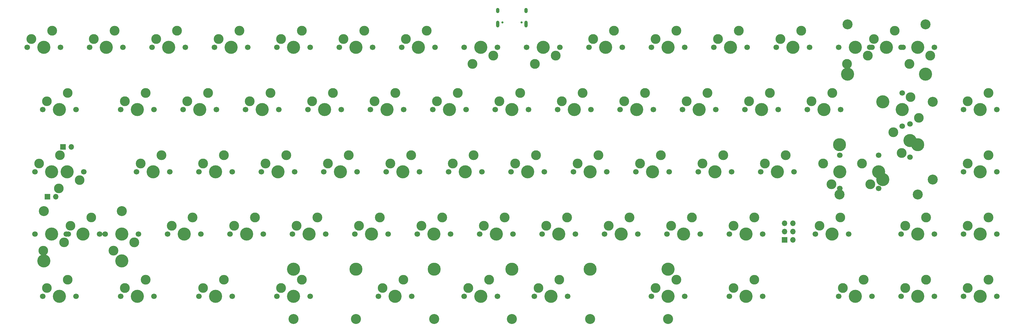
<source format=gbr>
%TF.GenerationSoftware,KiCad,Pcbnew,(5.99.0-11177-g6c67dfa032)*%
%TF.CreationDate,2021-09-16T00:40:47+03:00*%
%TF.ProjectId,Charon_32U4_Hotswap,43686172-6f6e-45f3-9332-55345f486f74,rev?*%
%TF.SameCoordinates,Original*%
%TF.FileFunction,Soldermask,Top*%
%TF.FilePolarity,Negative*%
%FSLAX46Y46*%
G04 Gerber Fmt 4.6, Leading zero omitted, Abs format (unit mm)*
G04 Created by KiCad (PCBNEW (5.99.0-11177-g6c67dfa032)) date 2021-09-16 00:40:47*
%MOMM*%
%LPD*%
G01*
G04 APERTURE LIST*
%ADD10C,3.048000*%
%ADD11C,3.987800*%
%ADD12C,4.000000*%
%ADD13C,3.050000*%
%ADD14C,3.000000*%
%ADD15C,1.700000*%
%ADD16C,0.650000*%
%ADD17O,1.000000X2.100000*%
%ADD18O,1.000000X1.600000*%
%ADD19C,2.950000*%
%ADD20R,1.700000X1.700000*%
%ADD21O,1.700000X1.700000*%
G04 APERTURE END LIST*
D10*
%TO.C,>NAME*%
X326263000Y-103425625D03*
X302387000Y-103425625D03*
D11*
X326263000Y-88185625D03*
X302387000Y-88185625D03*
%TD*%
D10*
%TO.C,>NAME*%
X202374500Y-141525625D03*
D11*
X226250500Y-126285625D03*
D10*
X226250500Y-141525625D03*
D11*
X202374500Y-126285625D03*
%TD*%
D12*
%TO.C,REF\u002A\u002A*%
X315610000Y-75015625D03*
D13*
X330850000Y-98815625D03*
D12*
X315610000Y-98815625D03*
D13*
X330850000Y-75015625D03*
%TD*%
D12*
%TO.C,REF\u002A\u002A*%
X250031250Y-126300625D03*
D13*
X135731250Y-141540625D03*
D12*
X135731250Y-126300625D03*
D13*
X250031250Y-141540625D03*
%TD*%
D10*
%TO.C,>NAME*%
X178625500Y-141525625D03*
D11*
X178625500Y-126285625D03*
D10*
X154749500Y-141525625D03*
D11*
X154749500Y-126285625D03*
%TD*%
D14*
%TO.C,K70*%
X341471250Y-132000625D03*
X347821250Y-129460625D03*
D15*
X340201250Y-134540625D03*
X350361250Y-134540625D03*
D12*
X345281250Y-134540625D03*
%TD*%
D16*
%TO.C,J1*%
X205296250Y-50740000D03*
X199516250Y-50740000D03*
D17*
X198086250Y-51270000D03*
D18*
X198086250Y-47090000D03*
D17*
X206726250Y-51270000D03*
D18*
X206726250Y-47090000D03*
%TD*%
D15*
%TO.C,K57*%
X305117500Y-115490625D03*
D19*
X302577500Y-110410625D03*
X296227500Y-112950625D03*
D12*
X300037500Y-115490625D03*
D15*
X294957500Y-115490625D03*
%TD*%
D12*
%TO.C,K58*%
X326231250Y-115490625D03*
D15*
X321151250Y-115490625D03*
X331311250Y-115490625D03*
D14*
X322421250Y-112950625D03*
X328771250Y-110410625D03*
%TD*%
D19*
%TO.C,K31*%
X70485000Y-98980625D03*
D15*
X71755000Y-96440625D03*
X61595000Y-96440625D03*
D12*
X66675000Y-96440625D03*
D19*
X64135000Y-101520625D03*
%TD*%
D12*
%TO.C,K43a1*%
X302418750Y-96440625D03*
D14*
X299878750Y-100250625D03*
X297338750Y-93900625D03*
D15*
X302418750Y-101520625D03*
X302418750Y-91360625D03*
%TD*%
D12*
%TO.C,K7*%
X173831250Y-58340625D03*
D15*
X178911250Y-58340625D03*
D14*
X176371250Y-53260625D03*
X170021250Y-55800625D03*
D15*
X168751250Y-58340625D03*
%TD*%
D14*
%TO.C,K49*%
X143033750Y-110410625D03*
D15*
X135413750Y-115490625D03*
X145573750Y-115490625D03*
D12*
X140493750Y-115490625D03*
D14*
X136683750Y-112950625D03*
%TD*%
D15*
%TO.C,K64a1*%
X187801250Y-134540625D03*
D12*
X192881250Y-134540625D03*
D14*
X189071250Y-132000625D03*
X195421250Y-129460625D03*
D15*
X197961250Y-134540625D03*
%TD*%
%TO.C,K34*%
X125888750Y-96440625D03*
D14*
X127158750Y-93900625D03*
D12*
X130968750Y-96440625D03*
D14*
X133508750Y-91360625D03*
D15*
X136048750Y-96440625D03*
%TD*%
D14*
%TO.C,K9*%
X209391250Y-63420625D03*
X215741250Y-60880625D03*
D12*
X211931250Y-58340625D03*
D15*
X217011250Y-58340625D03*
X206851250Y-58340625D03*
%TD*%
%TO.C,K33*%
X106838750Y-96440625D03*
D14*
X108108750Y-93900625D03*
D15*
X116998750Y-96440625D03*
D12*
X111918750Y-96440625D03*
D14*
X114458750Y-91360625D03*
%TD*%
D15*
%TO.C,K56*%
X268763750Y-115490625D03*
D14*
X276383750Y-110410625D03*
D12*
X273843750Y-115490625D03*
D14*
X270033750Y-112950625D03*
D15*
X278923750Y-115490625D03*
%TD*%
%TO.C,K54*%
X240823750Y-115490625D03*
D14*
X231933750Y-112950625D03*
D15*
X230663750Y-115490625D03*
D14*
X238283750Y-110410625D03*
D12*
X235743750Y-115490625D03*
%TD*%
D15*
%TO.C,K8*%
X187801250Y-58340625D03*
X197961250Y-58340625D03*
D12*
X192881250Y-58340625D03*
D14*
X196691250Y-60880625D03*
X190341250Y-63420625D03*
%TD*%
%TO.C,K24*%
X217646250Y-74850625D03*
D15*
X216376250Y-77390625D03*
D14*
X223996250Y-72310625D03*
D15*
X226536250Y-77390625D03*
D12*
X221456250Y-77390625D03*
%TD*%
D15*
%TO.C,K40*%
X240188750Y-96440625D03*
D14*
X241458750Y-93900625D03*
D12*
X245268750Y-96440625D03*
D14*
X247808750Y-91360625D03*
D15*
X250348750Y-96440625D03*
%TD*%
D14*
%TO.C,K11*%
X252571250Y-53260625D03*
D15*
X255111250Y-58340625D03*
D12*
X250031250Y-58340625D03*
D14*
X246221250Y-55800625D03*
D15*
X244951250Y-58340625D03*
%TD*%
%TO.C,K15*%
X331311250Y-58340625D03*
X321151250Y-58340625D03*
D14*
X330041250Y-60880625D03*
D12*
X326231250Y-58340625D03*
D14*
X323691250Y-63420625D03*
%TD*%
%TO.C,K52*%
X200183750Y-110410625D03*
D15*
X192563750Y-115490625D03*
D12*
X197643750Y-115490625D03*
D15*
X202723750Y-115490625D03*
D14*
X193833750Y-112950625D03*
%TD*%
D12*
%TO.C,K53*%
X216693750Y-115490625D03*
D14*
X219233750Y-110410625D03*
D15*
X211613750Y-115490625D03*
D14*
X212883750Y-112950625D03*
D15*
X221773750Y-115490625D03*
%TD*%
%TO.C,K10*%
X236061250Y-58340625D03*
D14*
X227171250Y-55800625D03*
D15*
X225901250Y-58340625D03*
D14*
X233521250Y-53260625D03*
D12*
X230981250Y-58340625D03*
%TD*%
D14*
%TO.C,K63*%
X131921250Y-132000625D03*
X138271250Y-129460625D03*
D12*
X135731250Y-134540625D03*
D15*
X130651250Y-134540625D03*
X140811250Y-134540625D03*
%TD*%
D14*
%TO.C,K27*%
X281146250Y-72310625D03*
D15*
X283686250Y-77390625D03*
D12*
X278606250Y-77390625D03*
D15*
X273526250Y-77390625D03*
D14*
X274796250Y-74850625D03*
%TD*%
D15*
%TO.C,K51*%
X173513750Y-115490625D03*
D14*
X181133750Y-110410625D03*
D12*
X178593750Y-115490625D03*
D14*
X174783750Y-112950625D03*
D15*
X183673750Y-115490625D03*
%TD*%
%TO.C,K5*%
X130651250Y-58340625D03*
D14*
X131921250Y-55800625D03*
D15*
X140811250Y-58340625D03*
D12*
X135731250Y-58340625D03*
D14*
X138271250Y-53260625D03*
%TD*%
%TO.C,K50*%
X155733750Y-112950625D03*
D15*
X164623750Y-115490625D03*
D14*
X162083750Y-110410625D03*
D15*
X154463750Y-115490625D03*
D12*
X159543750Y-115490625D03*
%TD*%
%TO.C,K41*%
X264318750Y-96440625D03*
D14*
X266858750Y-91360625D03*
X260508750Y-93900625D03*
D15*
X269398750Y-96440625D03*
X259238750Y-96440625D03*
%TD*%
%TO.C,K17*%
X93186250Y-77390625D03*
X83026250Y-77390625D03*
D14*
X84296250Y-74850625D03*
D12*
X88106250Y-77390625D03*
D14*
X90646250Y-72310625D03*
%TD*%
D12*
%TO.C,K38*%
X207168750Y-96440625D03*
D15*
X202088750Y-96440625D03*
D14*
X209708750Y-91360625D03*
X203358750Y-93900625D03*
D15*
X212248750Y-96440625D03*
%TD*%
D19*
%TO.C,K64*%
X162877500Y-132000625D03*
X169227500Y-129460625D03*
D15*
X171767500Y-134540625D03*
D12*
X166687500Y-134540625D03*
D15*
X161607500Y-134540625D03*
%TD*%
D12*
%TO.C,K19*%
X126206250Y-77390625D03*
D15*
X121126250Y-77390625D03*
D14*
X128746250Y-72310625D03*
D15*
X131286250Y-77390625D03*
D14*
X122396250Y-74850625D03*
%TD*%
D12*
%TO.C,K29a1*%
X323850000Y-86915625D03*
D14*
X318770000Y-84375625D03*
X321310000Y-90725625D03*
D15*
X323850000Y-81835625D03*
X323850000Y-91995625D03*
%TD*%
%TO.C,K3*%
X92551250Y-58340625D03*
D14*
X100171250Y-53260625D03*
D15*
X102711250Y-58340625D03*
D14*
X93821250Y-55800625D03*
D12*
X97631250Y-58340625D03*
%TD*%
D15*
%TO.C,K29*%
X321468750Y-82470625D03*
D12*
X321468750Y-77390625D03*
D15*
X321468750Y-72310625D03*
D19*
X324008750Y-73580625D03*
X326548750Y-79930625D03*
%TD*%
D14*
%TO.C,K4*%
X119221250Y-53260625D03*
D15*
X121761250Y-58340625D03*
X111601250Y-58340625D03*
D12*
X116681250Y-58340625D03*
D14*
X112871250Y-55800625D03*
%TD*%
D12*
%TO.C,K37*%
X188118750Y-96440625D03*
D14*
X184308750Y-93900625D03*
D15*
X193198750Y-96440625D03*
D14*
X190658750Y-91360625D03*
D15*
X183038750Y-96440625D03*
%TD*%
D20*
%TO.C,ISP1*%
X285591250Y-117268625D03*
D21*
X288131250Y-117268625D03*
X285591250Y-114728625D03*
X288131250Y-114728625D03*
X285591250Y-112188625D03*
X288131250Y-112188625D03*
%TD*%
D15*
%TO.C,K23*%
X207486250Y-77390625D03*
D12*
X202406250Y-77390625D03*
D15*
X197326250Y-77390625D03*
D14*
X198596250Y-74850625D03*
X204946250Y-72310625D03*
%TD*%
D12*
%TO.C,K32*%
X92868750Y-96440625D03*
D14*
X95408750Y-91360625D03*
D15*
X87788750Y-96440625D03*
D14*
X89058750Y-93900625D03*
D15*
X97948750Y-96440625D03*
%TD*%
D12*
%TO.C,K26*%
X259556250Y-77390625D03*
D15*
X254476250Y-77390625D03*
X264636250Y-77390625D03*
D14*
X262096250Y-72310625D03*
X255746250Y-74850625D03*
%TD*%
D12*
%TO.C,K18*%
X107156250Y-77390625D03*
D15*
X102076250Y-77390625D03*
D14*
X103346250Y-74850625D03*
D15*
X112236250Y-77390625D03*
D14*
X109696250Y-72310625D03*
%TD*%
%TO.C,K22*%
X185896250Y-72310625D03*
D15*
X188436250Y-77390625D03*
D14*
X179546250Y-74850625D03*
D15*
X178276250Y-77390625D03*
D12*
X183356250Y-77390625D03*
%TD*%
D15*
%TO.C,K6*%
X159861250Y-58340625D03*
D12*
X154781250Y-58340625D03*
D15*
X149701250Y-58340625D03*
D14*
X157321250Y-53260625D03*
X150971250Y-55800625D03*
%TD*%
D15*
%TO.C,K42*%
X288448750Y-96440625D03*
X278288750Y-96440625D03*
D12*
X283368750Y-96440625D03*
D14*
X279558750Y-93900625D03*
X285908750Y-91360625D03*
%TD*%
D15*
%TO.C,K65*%
X209232500Y-134540625D03*
D19*
X216852500Y-129460625D03*
X210502500Y-132000625D03*
D12*
X214312500Y-134540625D03*
D15*
X219392500Y-134540625D03*
%TD*%
D20*
%TO.C,LED1*%
X60637500Y-104060625D03*
D21*
X63177500Y-104060625D03*
%TD*%
D15*
%TO.C,K30*%
X340201250Y-77390625D03*
X350361250Y-77390625D03*
D14*
X347821250Y-72310625D03*
X341471250Y-74850625D03*
D12*
X345281250Y-77390625D03*
%TD*%
D14*
%TO.C,K12*%
X265271250Y-55800625D03*
D15*
X264001250Y-58340625D03*
X274161250Y-58340625D03*
D12*
X269081250Y-58340625D03*
D14*
X271621250Y-53260625D03*
%TD*%
D15*
%TO.C,K20*%
X150336250Y-77390625D03*
D12*
X145256250Y-77390625D03*
D14*
X147796250Y-72310625D03*
D15*
X140176250Y-77390625D03*
D14*
X141446250Y-74850625D03*
%TD*%
D15*
%TO.C,K48*%
X116363750Y-115490625D03*
D14*
X117633750Y-112950625D03*
X123983750Y-110410625D03*
D12*
X121443750Y-115490625D03*
D15*
X126523750Y-115490625D03*
%TD*%
D12*
%TO.C,K69*%
X326231250Y-134540625D03*
D15*
X321151250Y-134540625D03*
X331311250Y-134540625D03*
D14*
X322421250Y-132000625D03*
X328771250Y-129460625D03*
%TD*%
D15*
%TO.C,K45*%
X66992500Y-115490625D03*
X56832500Y-115490625D03*
D19*
X65722500Y-118030625D03*
X59372500Y-120570625D03*
D12*
X61912500Y-115490625D03*
%TD*%
D15*
%TO.C,K13*%
X293211250Y-58340625D03*
D12*
X288131250Y-58340625D03*
D14*
X290671250Y-53260625D03*
D15*
X283051250Y-58340625D03*
D14*
X284321250Y-55800625D03*
%TD*%
D15*
%TO.C,K61*%
X83026250Y-134540625D03*
D14*
X84296250Y-132000625D03*
X90646250Y-129460625D03*
D15*
X93186250Y-134540625D03*
D12*
X88106250Y-134540625D03*
%TD*%
D14*
%TO.C,K43*%
X311785000Y-100250625D03*
D12*
X314325000Y-96440625D03*
D14*
X309245000Y-93900625D03*
D15*
X314325000Y-91360625D03*
X314325000Y-101520625D03*
%TD*%
D14*
%TO.C,K47*%
X104933750Y-110410625D03*
D12*
X102393750Y-115490625D03*
D15*
X97313750Y-115490625D03*
D14*
X98583750Y-112950625D03*
D15*
X107473750Y-115490625D03*
%TD*%
D12*
%TO.C,K28*%
X297656250Y-77390625D03*
D15*
X302736250Y-77390625D03*
X292576250Y-77390625D03*
D14*
X300196250Y-72310625D03*
X293846250Y-74850625D03*
%TD*%
%TO.C,K36*%
X165258750Y-93900625D03*
D15*
X174148750Y-96440625D03*
X163988750Y-96440625D03*
D14*
X171608750Y-91360625D03*
D12*
X169068750Y-96440625D03*
%TD*%
D14*
%TO.C,K39*%
X228758750Y-91360625D03*
D12*
X226218750Y-96440625D03*
D15*
X231298750Y-96440625D03*
D14*
X222408750Y-93900625D03*
D15*
X221138750Y-96440625D03*
%TD*%
D19*
%TO.C,K62*%
X114458750Y-129460625D03*
D12*
X111918750Y-134540625D03*
D15*
X116998750Y-134540625D03*
X106838750Y-134540625D03*
D19*
X108108750Y-132000625D03*
%TD*%
D14*
%TO.C,K59*%
X341471250Y-112950625D03*
D12*
X345281250Y-115490625D03*
D15*
X350361250Y-115490625D03*
X340201250Y-115490625D03*
D14*
X347821250Y-110410625D03*
%TD*%
D19*
%TO.C,K60*%
X66833750Y-129460625D03*
D15*
X69373750Y-134540625D03*
D19*
X60483750Y-132000625D03*
D12*
X64293750Y-134540625D03*
D15*
X59213750Y-134540625D03*
%TD*%
D12*
%TO.C,K67*%
X273843750Y-134540625D03*
D15*
X278923750Y-134540625D03*
X268763750Y-134540625D03*
D19*
X276383750Y-129460625D03*
X270033750Y-132000625D03*
%TD*%
D12*
%TO.C,K44*%
X345281250Y-96440625D03*
D15*
X340201250Y-96440625D03*
D14*
X347821250Y-91360625D03*
D15*
X350361250Y-96440625D03*
D14*
X341471250Y-93900625D03*
%TD*%
%TO.C,K1*%
X62071250Y-53260625D03*
D15*
X64611250Y-58340625D03*
D12*
X59531250Y-58340625D03*
D14*
X55721250Y-55800625D03*
D15*
X54451250Y-58340625D03*
%TD*%
%TO.C,K46*%
X78263750Y-115490625D03*
D14*
X80803750Y-120570625D03*
X87153750Y-118030625D03*
D12*
X83343750Y-115490625D03*
D15*
X88423750Y-115490625D03*
%TD*%
D12*
%TO.C,K55*%
X254793750Y-115490625D03*
D15*
X259873750Y-115490625D03*
X249713750Y-115490625D03*
D14*
X257333750Y-110410625D03*
X250983750Y-112950625D03*
%TD*%
%TO.C,K21*%
X160496250Y-74850625D03*
D15*
X169386250Y-77390625D03*
D14*
X166846250Y-72310625D03*
D15*
X159226250Y-77390625D03*
D12*
X164306250Y-77390625D03*
%TD*%
D15*
%TO.C,K68*%
X312261250Y-134540625D03*
D14*
X303371250Y-132000625D03*
D15*
X302101250Y-134540625D03*
D14*
X309721250Y-129460625D03*
D12*
X307181250Y-134540625D03*
%TD*%
D14*
%TO.C,K66*%
X252571250Y-129460625D03*
D15*
X255111250Y-134540625D03*
D12*
X250031250Y-134540625D03*
D15*
X244951250Y-134540625D03*
D14*
X246221250Y-132000625D03*
%TD*%
D19*
%TO.C,K16*%
X60483750Y-74850625D03*
D12*
X64293750Y-77390625D03*
D15*
X59213750Y-77390625D03*
D19*
X66833750Y-72310625D03*
D15*
X69373750Y-77390625D03*
%TD*%
D20*
%TO.C,LED1a1*%
X65400000Y-88820625D03*
D21*
X67940000Y-88820625D03*
%TD*%
D14*
%TO.C,K2*%
X81121250Y-53260625D03*
D12*
X78581250Y-58340625D03*
D15*
X83661250Y-58340625D03*
D14*
X74771250Y-55800625D03*
D15*
X73501250Y-58340625D03*
%TD*%
%TO.C,K45a1*%
X66357500Y-115490625D03*
D13*
X59537500Y-108490625D03*
D19*
X67627500Y-112950625D03*
D15*
X76517500Y-115490625D03*
D12*
X71437500Y-115490625D03*
D13*
X83337500Y-108490625D03*
D12*
X83337500Y-123730625D03*
X59537500Y-123730625D03*
D19*
X73977500Y-110410625D03*
%TD*%
D14*
%TO.C,K35*%
X152558750Y-91360625D03*
D15*
X155098750Y-96440625D03*
X144938750Y-96440625D03*
D14*
X146208750Y-93900625D03*
D12*
X150018750Y-96440625D03*
%TD*%
D15*
%TO.C,K31a1*%
X56832500Y-96440625D03*
X66992500Y-96440625D03*
D12*
X61912500Y-96440625D03*
D19*
X58102500Y-93900625D03*
X64452500Y-91360625D03*
%TD*%
D12*
%TO.C,K14*%
X307181250Y-58340625D03*
D14*
X310991250Y-60880625D03*
X304641250Y-63420625D03*
D15*
X312261250Y-58340625D03*
X302101250Y-58340625D03*
%TD*%
D12*
%TO.C,K14a1*%
X304806250Y-66580625D03*
D15*
X311626250Y-58340625D03*
D12*
X328606250Y-66580625D03*
D15*
X321786250Y-58340625D03*
D13*
X328606250Y-51340625D03*
D19*
X319246250Y-53260625D03*
D13*
X304806250Y-51340625D03*
D19*
X312896250Y-55800625D03*
D12*
X316706250Y-58340625D03*
%TD*%
D15*
%TO.C,K25*%
X245586250Y-77390625D03*
D14*
X243046250Y-72310625D03*
X236696250Y-74850625D03*
D12*
X240506250Y-77390625D03*
D15*
X235426250Y-77390625D03*
%TD*%
M02*

</source>
